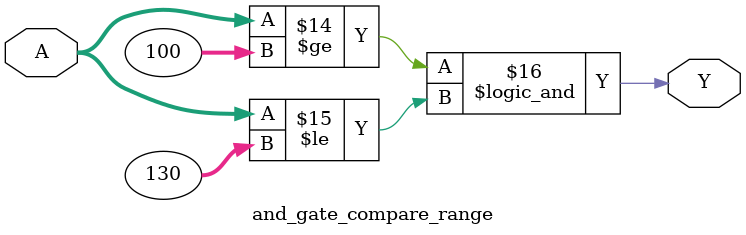
<source format=v>

module and_gate_compare_range
(
  input [7:0] A,
  output Y
);

  reg [7:0] values [3:0];
  reg Y;

  initial begin
    values[0] = 100;
    values[1] = 110;
    values[2] = 120;
    values[3] = 130;
    Y = (A >= 100) && (A <= 130);
  end


endmodule

</source>
